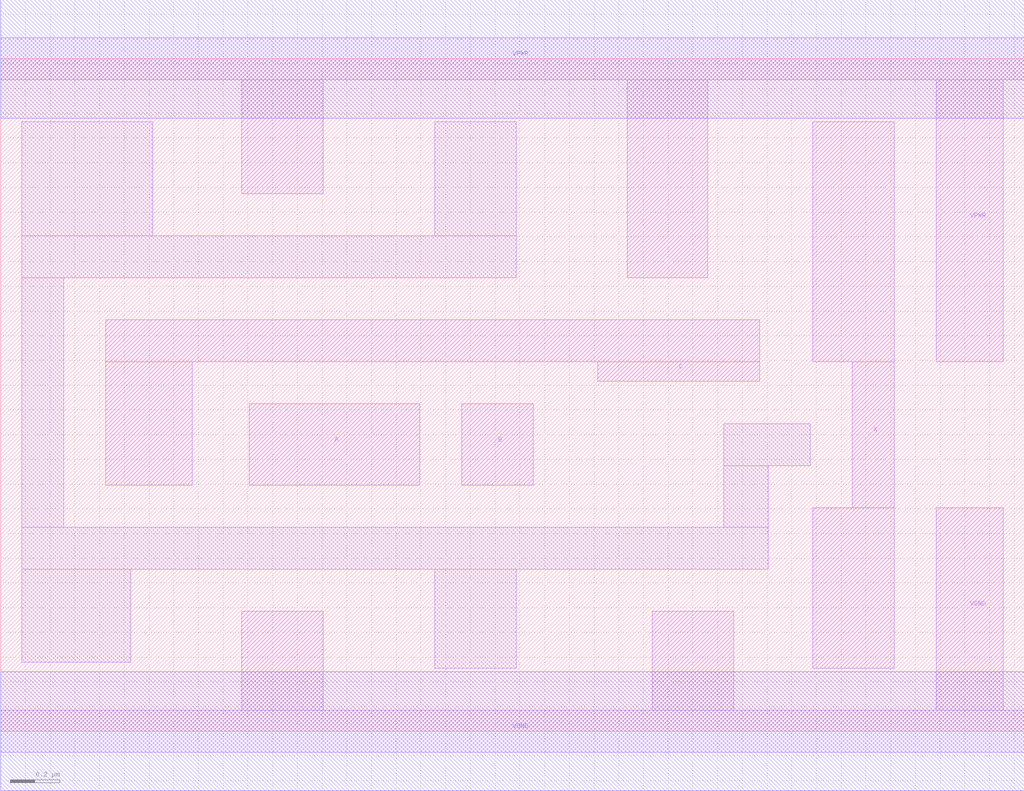
<source format=lef>
# Copyright 2020 The SkyWater PDK Authors
#
# Licensed under the Apache License, Version 2.0 (the "License");
# you may not use this file except in compliance with the License.
# You may obtain a copy of the License at
#
#     https://www.apache.org/licenses/LICENSE-2.0
#
# Unless required by applicable law or agreed to in writing, software
# distributed under the License is distributed on an "AS IS" BASIS,
# WITHOUT WARRANTIES OR CONDITIONS OF ANY KIND, either express or implied.
# See the License for the specific language governing permissions and
# limitations under the License.
#
# SPDX-License-Identifier: Apache-2.0

VERSION 5.5 ;
NAMESCASESENSITIVE ON ;
BUSBITCHARS "[]" ;
DIVIDERCHAR "/" ;
MACRO sky130_fd_sc_hd__maj3_2
  CLASS CORE ;
  SOURCE USER ;
  ORIGIN  0.000000  0.000000 ;
  SIZE  4.140000 BY  2.720000 ;
  SYMMETRY X Y R90 ;
  SITE unithd ;
  PIN A
    ANTENNAGATEAREA  0.318000 ;
    DIRECTION INPUT ;
    USE SIGNAL ;
    PORT
      LAYER li1 ;
        RECT 1.005000 0.995000 1.695000 1.325000 ;
    END
  END A
  PIN B
    ANTENNAGATEAREA  0.318000 ;
    DIRECTION INPUT ;
    USE SIGNAL ;
    PORT
      LAYER li1 ;
        RECT 1.865000 0.995000 2.155000 1.325000 ;
    END
  END B
  PIN C
    ANTENNAGATEAREA  0.318000 ;
    DIRECTION INPUT ;
    USE SIGNAL ;
    PORT
      LAYER li1 ;
        RECT 0.425000 0.995000 0.775000 1.495000 ;
        RECT 0.425000 1.495000 3.070000 1.665000 ;
        RECT 2.415000 1.415000 3.070000 1.495000 ;
    END
  END C
  PIN X
    ANTENNADIFFAREA  0.445500 ;
    DIRECTION OUTPUT ;
    USE SIGNAL ;
    PORT
      LAYER li1 ;
        RECT 3.285000 0.255000 3.615000 0.905000 ;
        RECT 3.285000 1.495000 3.615000 2.465000 ;
        RECT 3.445000 0.905000 3.615000 1.495000 ;
    END
  END X
  PIN VGND
    DIRECTION INOUT ;
    SHAPE ABUTMENT ;
    USE GROUND ;
    PORT
      LAYER li1 ;
        RECT 0.000000 -0.085000 4.140000 0.085000 ;
        RECT 0.975000  0.085000 1.305000 0.485000 ;
        RECT 2.635000  0.085000 2.965000 0.485000 ;
        RECT 3.785000  0.085000 4.055000 0.905000 ;
    END
    PORT
      LAYER met1 ;
        RECT 0.000000 -0.240000 4.140000 0.240000 ;
    END
  END VGND
  PIN VPWR
    DIRECTION INOUT ;
    SHAPE ABUTMENT ;
    USE POWER ;
    PORT
      LAYER li1 ;
        RECT 0.000000 2.635000 4.140000 2.805000 ;
        RECT 0.975000 2.175000 1.305000 2.635000 ;
        RECT 2.535000 1.835000 2.860000 2.635000 ;
        RECT 3.785000 1.495000 4.055000 2.635000 ;
    END
    PORT
      LAYER met1 ;
        RECT 0.000000 2.480000 4.140000 2.960000 ;
    END
  END VPWR
  OBS
    LAYER li1 ;
      RECT 0.085000 0.280000 0.525000 0.655000 ;
      RECT 0.085000 0.655000 3.105000 0.825000 ;
      RECT 0.085000 0.825000 0.255000 1.835000 ;
      RECT 0.085000 1.835000 2.085000 2.005000 ;
      RECT 0.085000 2.005000 0.615000 2.465000 ;
      RECT 1.755000 0.255000 2.085000 0.655000 ;
      RECT 1.755000 2.005000 2.085000 2.465000 ;
      RECT 2.925000 0.825000 3.105000 1.075000 ;
      RECT 2.925000 1.075000 3.275000 1.245000 ;
  END
END sky130_fd_sc_hd__maj3_2

</source>
